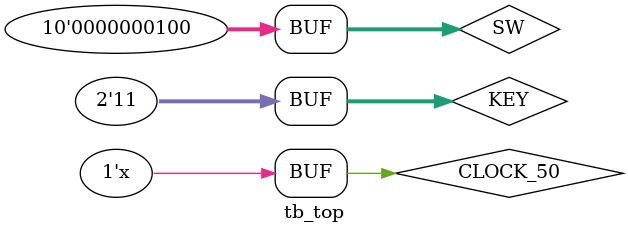
<source format=v>
`timescale 1ns/100ps
module tb_top();

reg        CLOCK_50, VGA_CLK, VGA_BLANK_N, VGA_HS, VGA_VS, VGA_SYNC_N;
reg  [1:0] KEY;
reg  [9:0] SW;
reg  [8:0] VGA_R, VGA_G, VGA_B;

top DUT
(
  .CLOCK_50(CLOCK_50),
  .KEY(KEY),
  .SW(SW),
  .VGA_R(VGA_R),
  .VGA_G(VGA_G),
  .VGA_B(VGA_B),
  .VGA_CLK(VGA_CLK),
  .VGA_BLANK_N(VGA_BLANK_N),
  .VGA_HS(VGA_HS),
  .VGA_VS(VGA_VS),
  .VGA_SYNC_N(VGA_SYNC_N)
);

always
   #100 CLOCK_50 = ~CLOCK_50;

initial
  begin
  CLOCK_50 = 1'b0;
  KEY = 2'b10;
  SW[9:0] = {7'b0, 1'b1, 2'b0};
  #5000;
  KEY = 2'b11;
  end

endmodule
</source>
